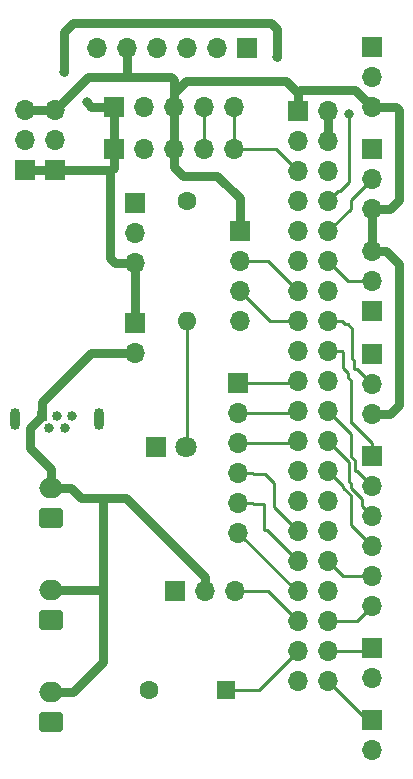
<source format=gtl>
G04 #@! TF.GenerationSoftware,KiCad,Pcbnew,8.0.8*
G04 #@! TF.CreationDate,2025-03-22T22:47:56+00:00*
G04 #@! TF.ProjectId,RPi-flex_PCB04,5250692d-666c-4657-985f-50434230342e,rev?*
G04 #@! TF.SameCoordinates,Original*
G04 #@! TF.FileFunction,Copper,L1,Top*
G04 #@! TF.FilePolarity,Positive*
%FSLAX46Y46*%
G04 Gerber Fmt 4.6, Leading zero omitted, Abs format (unit mm)*
G04 Created by KiCad (PCBNEW 8.0.8) date 2025-03-22 22:47:56*
%MOMM*%
%LPD*%
G01*
G04 APERTURE LIST*
G04 Aperture macros list*
%AMRoundRect*
0 Rectangle with rounded corners*
0 $1 Rounding radius*
0 $2 $3 $4 $5 $6 $7 $8 $9 X,Y pos of 4 corners*
0 Add a 4 corners polygon primitive as box body*
4,1,4,$2,$3,$4,$5,$6,$7,$8,$9,$2,$3,0*
0 Add four circle primitives for the rounded corners*
1,1,$1+$1,$2,$3*
1,1,$1+$1,$4,$5*
1,1,$1+$1,$6,$7*
1,1,$1+$1,$8,$9*
0 Add four rect primitives between the rounded corners*
20,1,$1+$1,$2,$3,$4,$5,0*
20,1,$1+$1,$4,$5,$6,$7,0*
20,1,$1+$1,$6,$7,$8,$9,0*
20,1,$1+$1,$8,$9,$2,$3,0*%
G04 Aperture macros list end*
G04 #@! TA.AperFunction,ComponentPad*
%ADD10R,1.600000X1.600000*%
G04 #@! TD*
G04 #@! TA.AperFunction,ComponentPad*
%ADD11C,1.600000*%
G04 #@! TD*
G04 #@! TA.AperFunction,ComponentPad*
%ADD12R,1.700000X1.700000*%
G04 #@! TD*
G04 #@! TA.AperFunction,ComponentPad*
%ADD13O,1.700000X1.700000*%
G04 #@! TD*
G04 #@! TA.AperFunction,ComponentPad*
%ADD14RoundRect,0.250000X0.750000X-0.600000X0.750000X0.600000X-0.750000X0.600000X-0.750000X-0.600000X0*%
G04 #@! TD*
G04 #@! TA.AperFunction,ComponentPad*
%ADD15O,2.000000X1.700000*%
G04 #@! TD*
G04 #@! TA.AperFunction,ComponentPad*
%ADD16O,1.600000X1.600000*%
G04 #@! TD*
G04 #@! TA.AperFunction,ComponentPad*
%ADD17R,0.840000X0.840000*%
G04 #@! TD*
G04 #@! TA.AperFunction,ComponentPad*
%ADD18C,0.840000*%
G04 #@! TD*
G04 #@! TA.AperFunction,ComponentPad*
%ADD19O,0.850000X1.850000*%
G04 #@! TD*
G04 #@! TA.AperFunction,ComponentPad*
%ADD20R,1.800000X1.800000*%
G04 #@! TD*
G04 #@! TA.AperFunction,ComponentPad*
%ADD21C,1.800000*%
G04 #@! TD*
G04 #@! TA.AperFunction,ViaPad*
%ADD22C,0.800000*%
G04 #@! TD*
G04 #@! TA.AperFunction,Conductor*
%ADD23C,0.250000*%
G04 #@! TD*
G04 #@! TA.AperFunction,Conductor*
%ADD24C,0.750000*%
G04 #@! TD*
G04 APERTURE END LIST*
D10*
X128270000Y-124460000D03*
D11*
X121770000Y-124460000D03*
D12*
X118745000Y-75057000D03*
D13*
X121285000Y-75057000D03*
X123825000Y-75057000D03*
X126365000Y-75057000D03*
X128905000Y-75057000D03*
D12*
X118745000Y-78613000D03*
D13*
X121285000Y-78613000D03*
X123825000Y-78613000D03*
X126365000Y-78613000D03*
X128905000Y-78613000D03*
D12*
X111252000Y-80391000D03*
D13*
X111252000Y-77851000D03*
X111252000Y-75311000D03*
D12*
X113792000Y-80391000D03*
D13*
X113792000Y-77851000D03*
X113792000Y-75311000D03*
D12*
X130048000Y-70104000D03*
D13*
X127508000Y-70104000D03*
X124968000Y-70104000D03*
X122428000Y-70104000D03*
X119888000Y-70104000D03*
X117348000Y-70104000D03*
D12*
X120523000Y-83185000D03*
D13*
X120523000Y-85725000D03*
X120523000Y-88265000D03*
D14*
X113411000Y-109855000D03*
D15*
X113411000Y-107355000D03*
D14*
X113411000Y-118491000D03*
D15*
X113411000Y-115991000D03*
D14*
X113411000Y-127127000D03*
D15*
X113411000Y-124627000D03*
D11*
X124968000Y-83058000D03*
D16*
X124968000Y-93218000D03*
D12*
X129413000Y-85598000D03*
D13*
X129413000Y-88138000D03*
X129413000Y-90678000D03*
X129413000Y-93218000D03*
D17*
X112649000Y-101219000D03*
D18*
X113299000Y-102219000D03*
X113949000Y-101219000D03*
X114599000Y-102219000D03*
X115249000Y-101219000D03*
D19*
X110374000Y-101439000D03*
X117524000Y-101439000D03*
D12*
X120523000Y-93345000D03*
D13*
X120523000Y-95885000D03*
D12*
X140589000Y-104648000D03*
D13*
X140589000Y-107188000D03*
X140589000Y-109728000D03*
X140589000Y-112268000D03*
X140589000Y-114808000D03*
X140589000Y-117348000D03*
D12*
X140589000Y-69977000D03*
D13*
X140589000Y-72517000D03*
X140589000Y-75057000D03*
D12*
X140589000Y-78613000D03*
D13*
X140589000Y-81153000D03*
X140589000Y-83693000D03*
D12*
X140589000Y-127000000D03*
D13*
X140589000Y-129540000D03*
D12*
X140589000Y-92329000D03*
D13*
X140589000Y-89789000D03*
X140589000Y-87249000D03*
D12*
X140589000Y-120904000D03*
D13*
X140589000Y-123444000D03*
D12*
X140589000Y-96012000D03*
D13*
X140589000Y-98552000D03*
X140589000Y-101092000D03*
D12*
X123952000Y-116078000D03*
D13*
X126492000Y-116078000D03*
X129032000Y-116078000D03*
D20*
X122301000Y-103886000D03*
D21*
X124841000Y-103886000D03*
D12*
X129286000Y-98425000D03*
D13*
X129286000Y-100965000D03*
X129286000Y-103505000D03*
X129286000Y-106045000D03*
X129286000Y-108585000D03*
X129286000Y-111125000D03*
D12*
X134366000Y-75438000D03*
D13*
X136906000Y-75438000D03*
X134366000Y-77978000D03*
X136906000Y-77978000D03*
X134366000Y-80518000D03*
X136906000Y-80518000D03*
X134366000Y-83058000D03*
X136906000Y-83058000D03*
X134366000Y-85598000D03*
X136906000Y-85598000D03*
X134366000Y-88138000D03*
X136906000Y-88138000D03*
X134366000Y-90678000D03*
X136906000Y-90678000D03*
X134366000Y-93218000D03*
X136906000Y-93218000D03*
X134366000Y-95758000D03*
X136906000Y-95758000D03*
X134366000Y-98298000D03*
X136906000Y-98298000D03*
X134366000Y-100838000D03*
X136906000Y-100838000D03*
X134366000Y-103378000D03*
X136906000Y-103378000D03*
X134366000Y-105918000D03*
X136906000Y-105918000D03*
X134366000Y-108458000D03*
X136906000Y-108458000D03*
X134366000Y-110998000D03*
X136906000Y-110998000D03*
X134366000Y-113538000D03*
X136906000Y-113538000D03*
X134366000Y-116078000D03*
X136906000Y-116078000D03*
X134366000Y-118618000D03*
X136906000Y-118618000D03*
X134366000Y-121158000D03*
X136906000Y-121158000D03*
X134366000Y-123698000D03*
X136906000Y-123698000D03*
D22*
X114554000Y-72136000D03*
X132588000Y-70866000D03*
X116459000Y-74676000D03*
X138684000Y-75692000D03*
D23*
X128270000Y-124460000D02*
X131064000Y-124460000D01*
X131064000Y-124460000D02*
X134366000Y-121158000D01*
D24*
X123825000Y-80137000D02*
X123825000Y-78613000D01*
X134544000Y-73660000D02*
X139192000Y-73660000D01*
X123825000Y-75057000D02*
X123825000Y-73854919D01*
X142113000Y-83693000D02*
X140589000Y-83693000D01*
X133366919Y-72838919D02*
X134366000Y-73838000D01*
X142875000Y-82931000D02*
X142113000Y-83693000D01*
X134366000Y-73838000D02*
X134544000Y-73660000D01*
X116586000Y-72517000D02*
X119888000Y-72517000D01*
X140589000Y-87249000D02*
X141791081Y-87249000D01*
X142875000Y-75311000D02*
X142875000Y-82931000D01*
X119888000Y-71306081D02*
X119888000Y-72517000D01*
X119888000Y-72517000D02*
X123571000Y-72517000D01*
X134366000Y-73838000D02*
X134366000Y-75438000D01*
X129413000Y-85598000D02*
X129413000Y-82804000D01*
X123825000Y-73854919D02*
X124841000Y-72838919D01*
X124841000Y-72838919D02*
X133366919Y-72838919D01*
X142621000Y-75057000D02*
X142875000Y-75311000D01*
X111252000Y-75311000D02*
X113792000Y-75311000D01*
X142875000Y-100330000D02*
X142113000Y-101092000D01*
X124587000Y-80899000D02*
X123825000Y-80137000D01*
X119888000Y-70104000D02*
X119888000Y-71306081D01*
X140589000Y-75057000D02*
X142621000Y-75057000D01*
X127508000Y-80899000D02*
X124587000Y-80899000D01*
X142875000Y-88332919D02*
X142875000Y-100330000D01*
X123571000Y-72517000D02*
X123825000Y-72771000D01*
X141791081Y-87249000D02*
X142875000Y-88332919D01*
X123825000Y-75057000D02*
X123825000Y-78613000D01*
X129413000Y-82804000D02*
X127508000Y-80899000D01*
X139192000Y-73660000D02*
X140589000Y-75057000D01*
X142113000Y-101092000D02*
X140589000Y-101092000D01*
X123825000Y-72771000D02*
X123825000Y-75057000D01*
X113792000Y-75311000D02*
X116586000Y-72517000D01*
X140589000Y-83693000D02*
X140589000Y-87249000D01*
X132080000Y-67945000D02*
X132588000Y-68453000D01*
X114554000Y-72136000D02*
X114554000Y-68707000D01*
X112649000Y-100049000D02*
X112649000Y-101219000D01*
X111633000Y-102235000D02*
X112649000Y-101219000D01*
X118440000Y-87833000D02*
X118440000Y-80518000D01*
X126492000Y-114875919D02*
X119820081Y-108204000D01*
X115161000Y-115991000D02*
X115201000Y-115951000D01*
X119820081Y-108204000D02*
X117221000Y-108204000D01*
X115316000Y-67945000D02*
X130624002Y-67945000D01*
X118745000Y-75057000D02*
X118745000Y-78613000D01*
X118440000Y-80518000D02*
X118313000Y-80391000D01*
X117856000Y-115951000D02*
X117856000Y-122047000D01*
X117856000Y-122047000D02*
X115276000Y-124627000D01*
X115276000Y-124627000D02*
X113411000Y-124627000D01*
X116010000Y-108204000D02*
X117221000Y-108204000D01*
X136906000Y-75438000D02*
X136906000Y-77978000D01*
X120523000Y-95885000D02*
X116813000Y-95885000D01*
X118313000Y-80391000D02*
X113792000Y-80391000D01*
X132588000Y-68453000D02*
X132588000Y-70866000D01*
X116813000Y-95885000D02*
X112649000Y-100049000D01*
X117856000Y-108331000D02*
X117856000Y-115951000D01*
X113411000Y-105755000D02*
X111633000Y-103977000D01*
X126492000Y-116078000D02*
X126492000Y-114875919D01*
X114554000Y-68707000D02*
X115316000Y-67945000D01*
X116840000Y-75057000D02*
X116459000Y-74676000D01*
X118745000Y-80213000D02*
X118440000Y-80518000D01*
X113411000Y-107355000D02*
X113411000Y-105755000D01*
X118872000Y-88265000D02*
X118440000Y-87833000D01*
X113411000Y-115991000D02*
X115161000Y-115991000D01*
X115161000Y-107355000D02*
X116010000Y-108204000D01*
X117983000Y-108204000D02*
X117856000Y-108331000D01*
X115201000Y-115951000D02*
X117856000Y-115951000D01*
X111633000Y-103977000D02*
X111633000Y-102235000D01*
X118745000Y-78613000D02*
X118745000Y-80213000D01*
X130624002Y-67945000D02*
X132080000Y-67945000D01*
X113411000Y-107355000D02*
X115161000Y-107355000D01*
X120523000Y-88265000D02*
X118872000Y-88265000D01*
X117221000Y-108204000D02*
X117983000Y-108204000D01*
X118745000Y-75057000D02*
X116840000Y-75057000D01*
X120523000Y-88265000D02*
X120523000Y-93345000D01*
X111252000Y-80391000D02*
X113792000Y-80391000D01*
D23*
X136906000Y-121158000D02*
X140335000Y-121158000D01*
X140335000Y-121158000D02*
X140589000Y-120904000D01*
X136906000Y-123698000D02*
X140208000Y-127000000D01*
X140208000Y-127000000D02*
X140589000Y-127000000D01*
X128905000Y-76259081D02*
X128905000Y-78613000D01*
X128905000Y-75057000D02*
X128905000Y-76259081D01*
X132461000Y-78613000D02*
X134366000Y-80518000D01*
X128905000Y-78613000D02*
X132461000Y-78613000D01*
X126365000Y-75057000D02*
X126365000Y-76259081D01*
X126365000Y-76259081D02*
X126365000Y-78613000D01*
X138176000Y-95825919D02*
X138108081Y-95758000D01*
X138616081Y-97595081D02*
X138176000Y-97155000D01*
X138895000Y-101854000D02*
X140589000Y-103548000D01*
X140589000Y-103548000D02*
X140589000Y-104648000D01*
X138616081Y-97976081D02*
X138811000Y-98171000D01*
X138176000Y-97155000D02*
X138176000Y-95825919D01*
X138616081Y-97976081D02*
X138616081Y-97595081D01*
X138811000Y-98171000D02*
X138811000Y-101854000D01*
X136906000Y-95758000D02*
X138108081Y-95758000D01*
X138811000Y-101854000D02*
X138895000Y-101854000D01*
X138811000Y-102743000D02*
X138811000Y-104646590D01*
X139192000Y-105027590D02*
X139192000Y-105918000D01*
X136906000Y-100838000D02*
X138811000Y-102743000D01*
X138811000Y-104646590D02*
X139192000Y-105027590D01*
X139319000Y-105918000D02*
X140589000Y-107188000D01*
X139192000Y-105918000D02*
X139319000Y-105918000D01*
X139739001Y-108241591D02*
X139739001Y-108878001D01*
X138811000Y-107313590D02*
X139739001Y-108241591D01*
X136906000Y-103378000D02*
X138684000Y-105156000D01*
X138684000Y-105156000D02*
X138684000Y-106807000D01*
X138684000Y-106807000D02*
X138811000Y-106934000D01*
X138811000Y-106934000D02*
X138811000Y-107313590D01*
X139739001Y-108878001D02*
X140589000Y-109728000D01*
X138811000Y-110490000D02*
X138811000Y-107950000D01*
X138176000Y-107188000D02*
X136906000Y-105918000D01*
X138811000Y-107950000D02*
X138176000Y-107315000D01*
X140589000Y-112268000D02*
X138811000Y-110490000D01*
X138176000Y-107315000D02*
X138176000Y-107188000D01*
X140589000Y-114808000D02*
X138176000Y-114808000D01*
X138176000Y-114808000D02*
X136906000Y-113538000D01*
X136906000Y-118618000D02*
X139319000Y-118618000D01*
X139319000Y-118618000D02*
X140589000Y-117348000D01*
X137755999Y-82208001D02*
X137882999Y-82208001D01*
X136906000Y-83058000D02*
X137755999Y-82208001D01*
X137882999Y-82208001D02*
X138684000Y-81407000D01*
X138684000Y-81407000D02*
X138684000Y-75692000D01*
X138811000Y-83693000D02*
X138811000Y-82931000D01*
X136906000Y-85598000D02*
X138811000Y-83693000D01*
X138811000Y-82931000D02*
X140589000Y-81153000D01*
X138557000Y-89789000D02*
X140589000Y-89789000D01*
X136906000Y-88138000D02*
X138557000Y-89789000D01*
X129413000Y-88138000D02*
X131826000Y-88138000D01*
X131826000Y-88138000D02*
X134366000Y-90678000D01*
X129413000Y-90678000D02*
X131953000Y-93218000D01*
X131953000Y-93218000D02*
X134366000Y-93218000D01*
X138938000Y-96393000D02*
X139065000Y-96520000D01*
X138938000Y-93853000D02*
X138938000Y-96393000D01*
X139319000Y-97282000D02*
X140589000Y-98552000D01*
X138362081Y-93472000D02*
X138557000Y-93472000D01*
X138108081Y-93218000D02*
X138362081Y-93472000D01*
X139065000Y-97282000D02*
X139319000Y-97282000D01*
X138557000Y-93472000D02*
X138938000Y-93853000D01*
X136906000Y-93218000D02*
X138108081Y-93218000D01*
X139065000Y-96520000D02*
X139065000Y-97282000D01*
X129286000Y-98425000D02*
X134239000Y-98425000D01*
X134239000Y-98425000D02*
X134366000Y-98298000D01*
X129286000Y-100965000D02*
X134239000Y-100965000D01*
X134239000Y-100965000D02*
X134366000Y-100838000D01*
X134239000Y-103505000D02*
X134366000Y-103378000D01*
X129286000Y-103505000D02*
X134239000Y-103505000D01*
X130615081Y-106172000D02*
X131572000Y-106172000D01*
X131572000Y-106172000D02*
X132334000Y-106934000D01*
X129286000Y-106045000D02*
X130488081Y-106045000D01*
X132334000Y-106934000D02*
X132334000Y-108966000D01*
X133516001Y-110148001D02*
X134366000Y-110998000D01*
X130488081Y-106045000D02*
X130615081Y-106172000D01*
X132334000Y-108966000D02*
X133516001Y-110148001D01*
X130615081Y-108712000D02*
X131445000Y-108712000D01*
X130488081Y-108585000D02*
X130615081Y-108712000D01*
X131445000Y-110871000D02*
X131699000Y-110871000D01*
X131699000Y-110871000D02*
X134366000Y-113538000D01*
X131445000Y-108712000D02*
X131445000Y-110871000D01*
X129286000Y-108585000D02*
X130488081Y-108585000D01*
X134239000Y-116078000D02*
X134366000Y-116078000D01*
X129286000Y-111125000D02*
X134239000Y-116078000D01*
X124968000Y-93218000D02*
X124968000Y-103759000D01*
X124968000Y-103759000D02*
X124841000Y-103886000D01*
X131826000Y-116078000D02*
X134366000Y-118618000D01*
X129032000Y-116078000D02*
X131826000Y-116078000D01*
M02*

</source>
